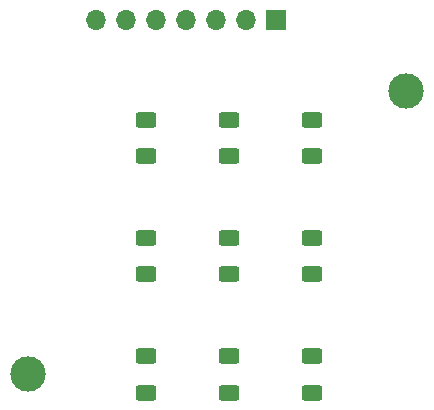
<source format=gbr>
%TF.GenerationSoftware,KiCad,Pcbnew,8.0.1*%
%TF.CreationDate,2024-04-03T15:52:09+05:30*%
%TF.ProjectId,ResistiveCrossbar,52657369-7374-4697-9665-43726f737362,rev?*%
%TF.SameCoordinates,Original*%
%TF.FileFunction,Soldermask,Top*%
%TF.FilePolarity,Negative*%
%FSLAX46Y46*%
G04 Gerber Fmt 4.6, Leading zero omitted, Abs format (unit mm)*
G04 Created by KiCad (PCBNEW 8.0.1) date 2024-04-03 15:52:09*
%MOMM*%
%LPD*%
G01*
G04 APERTURE LIST*
G04 Aperture macros list*
%AMRoundRect*
0 Rectangle with rounded corners*
0 $1 Rounding radius*
0 $2 $3 $4 $5 $6 $7 $8 $9 X,Y pos of 4 corners*
0 Add a 4 corners polygon primitive as box body*
4,1,4,$2,$3,$4,$5,$6,$7,$8,$9,$2,$3,0*
0 Add four circle primitives for the rounded corners*
1,1,$1+$1,$2,$3*
1,1,$1+$1,$4,$5*
1,1,$1+$1,$6,$7*
1,1,$1+$1,$8,$9*
0 Add four rect primitives between the rounded corners*
20,1,$1+$1,$2,$3,$4,$5,0*
20,1,$1+$1,$4,$5,$6,$7,0*
20,1,$1+$1,$6,$7,$8,$9,0*
20,1,$1+$1,$8,$9,$2,$3,0*%
G04 Aperture macros list end*
%ADD10RoundRect,0.250000X-0.625000X0.400000X-0.625000X-0.400000X0.625000X-0.400000X0.625000X0.400000X0*%
%ADD11C,3.000000*%
%ADD12R,1.700000X1.700000*%
%ADD13O,1.700000X1.700000*%
G04 APERTURE END LIST*
D10*
%TO.C,R3*%
X144000000Y-52450000D03*
X144000000Y-55550000D03*
%TD*%
%TO.C,R6*%
X144000000Y-62450000D03*
X144000000Y-65550000D03*
%TD*%
%TO.C,R7*%
X130000000Y-72450000D03*
X130000000Y-75550000D03*
%TD*%
%TO.C,R5*%
X137000000Y-62450000D03*
X137000000Y-65550000D03*
%TD*%
%TO.C,R9*%
X144000000Y-72450000D03*
X144000000Y-75550000D03*
%TD*%
%TO.C,R2*%
X137000000Y-52450000D03*
X137000000Y-55550000D03*
%TD*%
D11*
%TO.C,H2*%
X120000000Y-74000000D03*
%TD*%
D10*
%TO.C,R1*%
X130000000Y-52450000D03*
X130000000Y-55550000D03*
%TD*%
%TO.C,R8*%
X137000000Y-72450000D03*
X137000000Y-75550000D03*
%TD*%
D11*
%TO.C,H1*%
X152000000Y-50000000D03*
%TD*%
D10*
%TO.C,R4*%
X130000000Y-62450000D03*
X130000000Y-65550000D03*
%TD*%
D12*
%TO.C,J1*%
X141000000Y-44000000D03*
D13*
X138460000Y-44000000D03*
X135920000Y-44000000D03*
X133380000Y-44000000D03*
X130840000Y-44000000D03*
X128300000Y-44000000D03*
X125760000Y-44000000D03*
%TD*%
M02*

</source>
